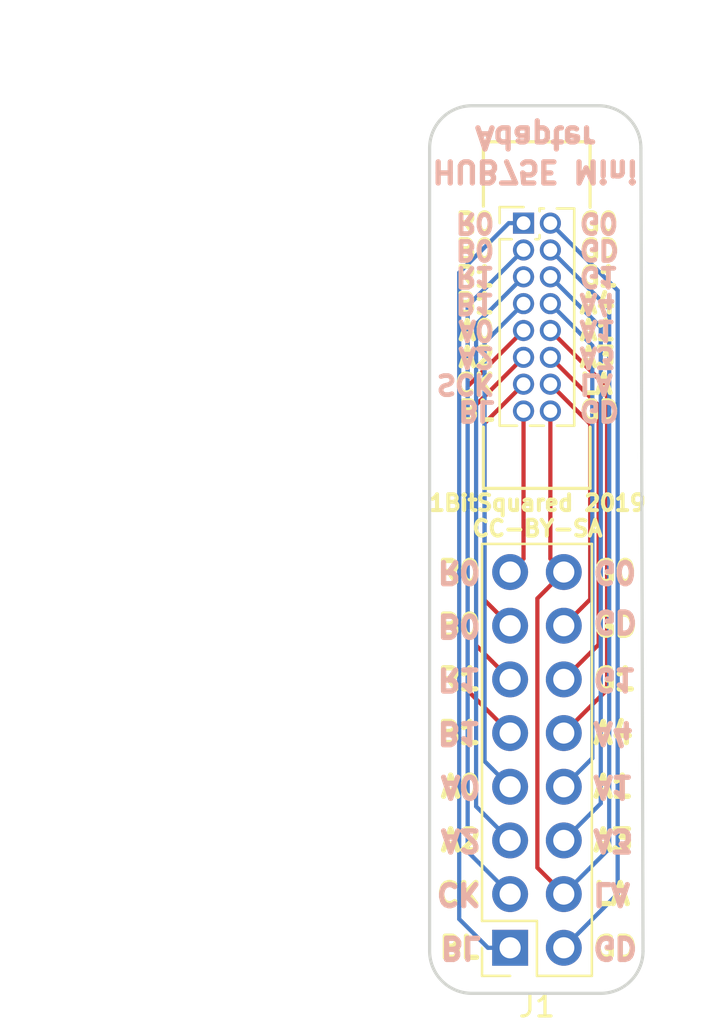
<source format=kicad_pcb>
(kicad_pcb (version 20171130) (host pcbnew 5.0.2-bee76a0~70~ubuntu18.04.1)

  (general
    (thickness 0.8)
    (drawings 77)
    (tracks 59)
    (zones 0)
    (modules 2)
    (nets 16)
  )

  (page A4)
  (title_block
    (title "HUB75E Mini Adapter")
    (rev V1.0a)
    (company 1BitSquared)
    (comment 1 "2018-2019 (C) 1BitSquared <info@1bitsquared.com>")
    (comment 2 "2018-2019 (C) Piotr Esden-Tempski <piotr@esden.net>")
    (comment 3 "License: CC-BY-SA 4.0")
  )

  (layers
    (0 F.Cu signal)
    (31 B.Cu signal)
    (33 F.Adhes user)
    (34 B.Paste user)
    (35 F.Paste user)
    (36 B.SilkS user)
    (37 F.SilkS user)
    (38 B.Mask user)
    (39 F.Mask user)
    (40 Dwgs.User user)
    (44 Edge.Cuts user)
    (46 B.CrtYd user)
    (47 F.CrtYd user)
    (48 B.Fab user)
    (49 F.Fab user)
  )

  (setup
    (last_trace_width 0.2)
    (user_trace_width 0.3)
    (user_trace_width 0.3)
    (trace_clearance 0.2)
    (zone_clearance 0.2)
    (zone_45_only yes)
    (trace_min 0.2)
    (segment_width 0.15)
    (edge_width 0.15)
    (via_size 0.5)
    (via_drill 0.3)
    (via_min_size 0.5)
    (via_min_drill 0.3)
    (uvia_size 0.3)
    (uvia_drill 0.1)
    (uvias_allowed no)
    (uvia_min_size 0.2)
    (uvia_min_drill 0.1)
    (pcb_text_width 0.3)
    (pcb_text_size 1.5 1.5)
    (mod_edge_width 0.15)
    (mod_text_size 1 1)
    (mod_text_width 0.15)
    (pad_size 0.5 0.6)
    (pad_drill 0)
    (pad_to_mask_clearance 0.05)
    (solder_mask_min_width 0.05)
    (aux_axis_origin 0 0)
    (grid_origin 37.4 44)
    (visible_elements FFFFFF1F)
    (pcbplotparams
      (layerselection 0x010fc_ffffffff)
      (usegerberextensions true)
      (usegerberattributes false)
      (usegerberadvancedattributes false)
      (creategerberjobfile false)
      (excludeedgelayer true)
      (linewidth 0.300000)
      (plotframeref false)
      (viasonmask false)
      (mode 1)
      (useauxorigin false)
      (hpglpennumber 1)
      (hpglpenspeed 20)
      (hpglpendiameter 15.000000)
      (psnegative false)
      (psa4output false)
      (plotreference true)
      (plotvalue true)
      (plotinvisibletext false)
      (padsonsilk false)
      (subtractmaskfromsilk true)
      (outputformat 1)
      (mirror false)
      (drillshape 0)
      (scaleselection 1)
      (outputdirectory "gerber"))
  )

  (net 0 "")
  (net 1 GND)
  (net 2 /R1x)
  (net 3 /B1x)
  (net 4 /A0x)
  (net 5 /A2x)
  (net 6 /G1x)
  (net 7 /A4x)
  (net 8 /A1x)
  (net 9 /A3x)
  (net 10 /BLANKx)
  (net 11 /LATCHx)
  (net 12 /SCLKx)
  (net 13 /Rx)
  (net 14 /Gx)
  (net 15 /Bx)

  (net_class Default "This is the default net class."
    (clearance 0.2)
    (trace_width 0.2)
    (via_dia 0.5)
    (via_drill 0.3)
    (uvia_dia 0.3)
    (uvia_drill 0.1)
    (add_net /A0x)
    (add_net /A1x)
    (add_net /A2x)
    (add_net /A3x)
    (add_net /A4x)
    (add_net /B1x)
    (add_net /BLANKx)
    (add_net /Bx)
    (add_net /G1x)
    (add_net /Gx)
    (add_net /LATCHx)
    (add_net /R1x)
    (add_net /Rx)
    (add_net /SCLKx)
    (add_net GND)
  )

  (module Connector_PinHeader_1.27mm:PinHeader_2x08_P1.27mm_Vertical (layer F.Cu) (tedit 5C593C42) (tstamp 5C5E35A6)
    (at 41.845 39.555)
    (descr "Through hole straight pin header, 2x08, 1.27mm pitch, double rows")
    (tags "Through hole pin header THT 2x08 1.27mm double row")
    (path /5C8CBEE0)
    (fp_text reference J2 (at 0.635 -1.695) (layer F.Fab)
      (effects (font (size 1 1) (thickness 0.15)))
    )
    (fp_text value Conn_02x08_Odd_Even (at 0.635 10.585) (layer F.Fab)
      (effects (font (size 1 1) (thickness 0.15)))
    )
    (fp_line (start -0.2175 -0.635) (end 2.34 -0.635) (layer F.Fab) (width 0.1))
    (fp_line (start 2.34 -0.635) (end 2.34 9.525) (layer F.Fab) (width 0.1))
    (fp_line (start 2.34 9.525) (end -1.07 9.525) (layer F.Fab) (width 0.1))
    (fp_line (start -1.07 9.525) (end -1.07 0.2175) (layer F.Fab) (width 0.1))
    (fp_line (start -1.07 0.2175) (end -0.2175 -0.635) (layer F.Fab) (width 0.1))
    (fp_line (start -1.13 9.585) (end -0.30753 9.585) (layer F.SilkS) (width 0.12))
    (fp_line (start 1.57753 9.585) (end 2.4 9.585) (layer F.SilkS) (width 0.12))
    (fp_line (start 0.30753 9.585) (end 0.96247 9.585) (layer F.SilkS) (width 0.12))
    (fp_line (start -1.13 0.76) (end -1.13 9.585) (layer F.SilkS) (width 0.12))
    (fp_line (start 2.4 -0.695) (end 2.4 9.585) (layer F.SilkS) (width 0.12))
    (fp_line (start -1.13 0.76) (end -0.563471 0.76) (layer F.SilkS) (width 0.12))
    (fp_line (start 0.563471 0.76) (end 0.706529 0.76) (layer F.SilkS) (width 0.12))
    (fp_line (start 0.76 0.706529) (end 0.76 0.563471) (layer F.SilkS) (width 0.12))
    (fp_line (start 0.76 -0.563471) (end 0.76 -0.695) (layer F.SilkS) (width 0.12))
    (fp_line (start 0.76 -0.695) (end 0.96247 -0.695) (layer F.SilkS) (width 0.12))
    (fp_line (start 1.57753 -0.695) (end 2.4 -0.695) (layer F.SilkS) (width 0.12))
    (fp_line (start -1.13 0) (end -1.13 -0.76) (layer F.SilkS) (width 0.12))
    (fp_line (start -1.13 -0.76) (end 0 -0.76) (layer F.SilkS) (width 0.12))
    (fp_line (start -1.915 -3.875) (end -1.915 12.585) (layer F.CrtYd) (width 0.05))
    (fp_line (start -1.915 12.585) (end 3.185 12.585) (layer F.CrtYd) (width 0.05))
    (fp_line (start 3.185 12.585) (end 3.185 -3.875) (layer F.CrtYd) (width 0.05))
    (fp_line (start 3.185 -3.875) (end -1.915 -3.875) (layer F.CrtYd) (width 0.05))
    (fp_line (start -1.9 -0.8) (end -1.9 -3.85) (layer F.SilkS) (width 0.15))
    (fp_line (start -1.9 -3.85) (end 3.15 -3.85) (layer F.SilkS) (width 0.15))
    (fp_line (start 3.15 -3.85) (end 3.15 -0.75) (layer F.SilkS) (width 0.15))
    (fp_line (start -1.9 9.65) (end -1.9 12.55) (layer F.SilkS) (width 0.15))
    (fp_line (start -1.9 12.55) (end 3.15 12.55) (layer F.SilkS) (width 0.15))
    (fp_line (start 3.15 12.55) (end 3.15 9.65) (layer F.SilkS) (width 0.15))
    (pad 1 thru_hole rect (at 0 0) (size 1 1) (drill 0.65) (layers *.Cu *.Mask)
      (net 13 /Rx))
    (pad 2 thru_hole oval (at 1.27 0) (size 1 1) (drill 0.65) (layers *.Cu *.Mask)
      (net 14 /Gx))
    (pad 3 thru_hole oval (at 0 1.27) (size 1 1) (drill 0.65) (layers *.Cu *.Mask)
      (net 15 /Bx))
    (pad 4 thru_hole oval (at 1.27 1.27) (size 1 1) (drill 0.65) (layers *.Cu *.Mask)
      (net 1 GND))
    (pad 5 thru_hole oval (at 0 2.54) (size 1 1) (drill 0.65) (layers *.Cu *.Mask)
      (net 2 /R1x))
    (pad 6 thru_hole oval (at 1.27 2.54) (size 1 1) (drill 0.65) (layers *.Cu *.Mask)
      (net 6 /G1x))
    (pad 7 thru_hole oval (at 0 3.81) (size 1 1) (drill 0.65) (layers *.Cu *.Mask)
      (net 3 /B1x))
    (pad 8 thru_hole oval (at 1.27 3.81) (size 1 1) (drill 0.65) (layers *.Cu *.Mask)
      (net 7 /A4x))
    (pad 9 thru_hole oval (at 0 5.08) (size 1 1) (drill 0.65) (layers *.Cu *.Mask)
      (net 4 /A0x))
    (pad 10 thru_hole oval (at 1.27 5.08) (size 1 1) (drill 0.65) (layers *.Cu *.Mask)
      (net 8 /A1x))
    (pad 11 thru_hole oval (at 0 6.35) (size 1 1) (drill 0.65) (layers *.Cu *.Mask)
      (net 5 /A2x))
    (pad 12 thru_hole oval (at 1.27 6.35) (size 1 1) (drill 0.65) (layers *.Cu *.Mask)
      (net 9 /A3x))
    (pad 13 thru_hole oval (at 0 7.62) (size 1 1) (drill 0.65) (layers *.Cu *.Mask)
      (net 12 /SCLKx))
    (pad 14 thru_hole oval (at 1.27 7.62) (size 1 1) (drill 0.65) (layers *.Cu *.Mask)
      (net 11 /LATCHx))
    (pad 15 thru_hole oval (at 0 8.89) (size 1 1) (drill 0.65) (layers *.Cu *.Mask)
      (net 10 /BLANKx))
    (pad 16 thru_hole oval (at 1.27 8.89) (size 1 1) (drill 0.65) (layers *.Cu *.Mask)
      (net 1 GND))
    (model ${KISYS3DMOD}/Connector_PinHeader_1.27mm.3dshapes/PinHeader_2x08_P1.27mm_Vertical.wrl
      (at (xyz 0 0 0))
      (scale (xyz 1 1 1))
      (rotate (xyz 0 0 0))
    )
  )

  (module Connector_PinSocket_2.54mm:PinSocket_2x08_P2.54mm_Vertical (layer F.Cu) (tedit 5A19A42B) (tstamp 5C5A5C1D)
    (at 41.21 73.845 180)
    (descr "Through hole straight socket strip, 2x08, 2.54mm pitch, double cols (from Kicad 4.0.7), script generated")
    (tags "Through hole socket strip THT 2x08 2.54mm double row")
    (path /5C5ACFC1)
    (fp_text reference J1 (at -1.27 -2.77 180) (layer F.SilkS)
      (effects (font (size 1 1) (thickness 0.15)))
    )
    (fp_text value Conn_02x08_Odd_Even (at -1.27 20.55 180) (layer F.Fab)
      (effects (font (size 1 1) (thickness 0.15)))
    )
    (fp_line (start -3.81 -1.27) (end 0.27 -1.27) (layer F.Fab) (width 0.1))
    (fp_line (start 0.27 -1.27) (end 1.27 -0.27) (layer F.Fab) (width 0.1))
    (fp_line (start 1.27 -0.27) (end 1.27 19.05) (layer F.Fab) (width 0.1))
    (fp_line (start 1.27 19.05) (end -3.81 19.05) (layer F.Fab) (width 0.1))
    (fp_line (start -3.81 19.05) (end -3.81 -1.27) (layer F.Fab) (width 0.1))
    (fp_line (start -3.87 -1.33) (end -1.27 -1.33) (layer F.SilkS) (width 0.12))
    (fp_line (start -3.87 -1.33) (end -3.87 19.11) (layer F.SilkS) (width 0.12))
    (fp_line (start -3.87 19.11) (end 1.33 19.11) (layer F.SilkS) (width 0.12))
    (fp_line (start 1.33 1.27) (end 1.33 19.11) (layer F.SilkS) (width 0.12))
    (fp_line (start -1.27 1.27) (end 1.33 1.27) (layer F.SilkS) (width 0.12))
    (fp_line (start -1.27 -1.33) (end -1.27 1.27) (layer F.SilkS) (width 0.12))
    (fp_line (start 1.33 -1.33) (end 1.33 0) (layer F.SilkS) (width 0.12))
    (fp_line (start 0 -1.33) (end 1.33 -1.33) (layer F.SilkS) (width 0.12))
    (fp_line (start -4.34 -1.8) (end 1.76 -1.8) (layer F.CrtYd) (width 0.05))
    (fp_line (start 1.76 -1.8) (end 1.76 19.55) (layer F.CrtYd) (width 0.05))
    (fp_line (start 1.76 19.55) (end -4.34 19.55) (layer F.CrtYd) (width 0.05))
    (fp_line (start -4.34 19.55) (end -4.34 -1.8) (layer F.CrtYd) (width 0.05))
    (fp_text user %R (at -1.27 8.89 270) (layer F.Fab)
      (effects (font (size 1 1) (thickness 0.15)))
    )
    (pad 1 thru_hole rect (at 0 0 180) (size 1.7 1.7) (drill 1) (layers *.Cu *.Mask)
      (net 13 /Rx))
    (pad 2 thru_hole oval (at -2.54 0 180) (size 1.7 1.7) (drill 1) (layers *.Cu *.Mask)
      (net 14 /Gx))
    (pad 3 thru_hole oval (at 0 2.54 180) (size 1.7 1.7) (drill 1) (layers *.Cu *.Mask)
      (net 15 /Bx))
    (pad 4 thru_hole oval (at -2.54 2.54 180) (size 1.7 1.7) (drill 1) (layers *.Cu *.Mask)
      (net 1 GND))
    (pad 5 thru_hole oval (at 0 5.08 180) (size 1.7 1.7) (drill 1) (layers *.Cu *.Mask)
      (net 2 /R1x))
    (pad 6 thru_hole oval (at -2.54 5.08 180) (size 1.7 1.7) (drill 1) (layers *.Cu *.Mask)
      (net 6 /G1x))
    (pad 7 thru_hole oval (at 0 7.62 180) (size 1.7 1.7) (drill 1) (layers *.Cu *.Mask)
      (net 3 /B1x))
    (pad 8 thru_hole oval (at -2.54 7.62 180) (size 1.7 1.7) (drill 1) (layers *.Cu *.Mask)
      (net 7 /A4x))
    (pad 9 thru_hole oval (at 0 10.16 180) (size 1.7 1.7) (drill 1) (layers *.Cu *.Mask)
      (net 4 /A0x))
    (pad 10 thru_hole oval (at -2.54 10.16 180) (size 1.7 1.7) (drill 1) (layers *.Cu *.Mask)
      (net 8 /A1x))
    (pad 11 thru_hole oval (at 0 12.7 180) (size 1.7 1.7) (drill 1) (layers *.Cu *.Mask)
      (net 5 /A2x))
    (pad 12 thru_hole oval (at -2.54 12.7 180) (size 1.7 1.7) (drill 1) (layers *.Cu *.Mask)
      (net 9 /A3x))
    (pad 13 thru_hole oval (at 0 15.24 180) (size 1.7 1.7) (drill 1) (layers *.Cu *.Mask)
      (net 12 /SCLKx))
    (pad 14 thru_hole oval (at -2.54 15.24 180) (size 1.7 1.7) (drill 1) (layers *.Cu *.Mask)
      (net 11 /LATCHx))
    (pad 15 thru_hole oval (at 0 17.78 180) (size 1.7 1.7) (drill 1) (layers *.Cu *.Mask)
      (net 10 /BLANKx))
    (pad 16 thru_hole oval (at -2.54 17.78 180) (size 1.7 1.7) (drill 1) (layers *.Cu *.Mask)
      (net 1 GND))
    (model ${KISYS3DMOD}/Connector_PinSocket_2.54mm.3dshapes/PinSocket_2x08_P2.54mm_Vertical.wrl
      (at (xyz 0 0 0))
      (scale (xyz 1 1 1))
      (rotate (xyz 0 0 0))
    )
  )

  (gr_text "HUB75E Mini\nAdapter" (at 42.4 36.3 180) (layer B.SilkS) (tstamp 5C5ABE9F)
    (effects (font (size 1 1) (thickness 0.25)) (justify mirror))
  )
  (gr_line (start 39.4 34) (end 45.4 34) (layer Edge.Cuts) (width 0.15))
  (dimension 42.164 (width 0.3) (layer Dwgs.User)
    (gr_text "1.6600 in" (at 22.6 54.922 90) (layer Dwgs.User)
      (effects (font (size 1.5 1.5) (thickness 0.3)))
    )
    (feature1 (pts (xy 37.4 33.84) (xy 24.113579 33.84)))
    (feature2 (pts (xy 37.4 76.004) (xy 24.113579 76.004)))
    (crossbar (pts (xy 24.7 76.004) (xy 24.7 33.84)))
    (arrow1a (pts (xy 24.7 33.84) (xy 25.286421 34.966504)))
    (arrow1b (pts (xy 24.7 33.84) (xy 24.113579 34.966504)))
    (arrow2a (pts (xy 24.7 76.004) (xy 25.286421 74.877496)))
    (arrow2b (pts (xy 24.7 76.004) (xy 24.113579 74.877496)))
  )
  (dimension 10 (width 0.3) (layer Dwgs.User)
    (gr_text "10.000 mm" (at 42.4 30.1) (layer Dwgs.User)
      (effects (font (size 1.5 1.5) (thickness 0.3)))
    )
    (feature1 (pts (xy 47.4 34) (xy 47.4 31.613579)))
    (feature2 (pts (xy 37.4 34) (xy 37.4 31.613579)))
    (crossbar (pts (xy 37.4 32.2) (xy 47.4 32.2)))
    (arrow1a (pts (xy 47.4 32.2) (xy 46.273496 32.786421)))
    (arrow1b (pts (xy 47.4 32.2) (xy 46.273496 31.613579)))
    (arrow2a (pts (xy 37.4 32.2) (xy 38.526504 32.786421)))
    (arrow2b (pts (xy 37.4 32.2) (xy 38.526504 31.613579)))
  )
  (dimension 42 (width 0.3) (layer Dwgs.User)
    (gr_text "42.000 mm" (at 27.200776 55 270) (layer Dwgs.User)
      (effects (font (size 1.5 1.5) (thickness 0.3)))
    )
    (feature1 (pts (xy 37.4 76) (xy 28.714355 76)))
    (feature2 (pts (xy 37.4 34) (xy 28.714355 34)))
    (crossbar (pts (xy 29.300776 34) (xy 29.300776 76)))
    (arrow1a (pts (xy 29.300776 76) (xy 28.714355 74.873496)))
    (arrow1b (pts (xy 29.300776 76) (xy 29.887197 74.873496)))
    (arrow2a (pts (xy 29.300776 34) (xy 28.714355 35.126504)))
    (arrow2b (pts (xy 29.300776 34) (xy 29.887197 35.126504)))
  )
  (gr_text G1 (at 44.385 42.095 180) (layer B.SilkS) (tstamp 5BAC2899)
    (effects (font (size 0.9 0.9) (thickness 0.225)) (justify left mirror))
  )
  (gr_text A4 (at 44.385 43.365 180) (layer B.SilkS) (tstamp 5BAC27D9)
    (effects (font (size 0.9 0.9) (thickness 0.225)) (justify left mirror))
  )
  (gr_text A1 (at 44.385 44.635 180) (layer B.SilkS) (tstamp 5BAC271D)
    (effects (font (size 0.9 0.9) (thickness 0.225)) (justify left mirror))
  )
  (gr_text A3 (at 44.385 45.905 180) (layer B.SilkS) (tstamp 5BAC2661)
    (effects (font (size 0.9 0.9) (thickness 0.225)) (justify left mirror))
  )
  (gr_text GD (at 44.385 48.445 180) (layer B.SilkS) (tstamp 5BAC25A5)
    (effects (font (size 0.9 0.9) (thickness 0.225)) (justify left mirror))
  )
  (gr_text LA (at 44.385 47.175 180) (layer B.SilkS) (tstamp 5BAC24E9)
    (effects (font (size 0.9 0.9) (thickness 0.225)) (justify left mirror))
  )
  (gr_text "1BitSquared 2019\nCC-BY-SA" (at 42.5 53.4) (layer F.SilkS) (tstamp 5BAC2149)
    (effects (font (size 0.75 0.75) (thickness 0.1875)))
  )
  (gr_text BL (at 40.575 48.445 180) (layer B.SilkS) (tstamp 5BEA90D8)
    (effects (font (size 0.9 0.9) (thickness 0.225)) (justify right mirror))
  )
  (gr_text SCK (at 40.575 47.175 180) (layer B.SilkS) (tstamp 5BEA90D5)
    (effects (font (size 0.9 0.9) (thickness 0.225)) (justify right mirror))
  )
  (gr_text A2 (at 40.575 45.905 180) (layer B.SilkS) (tstamp 5BEA90D2)
    (effects (font (size 0.9 0.9) (thickness 0.225)) (justify right mirror))
  )
  (gr_text A0 (at 40.575 44.635 180) (layer B.SilkS) (tstamp 5BEA90CF)
    (effects (font (size 0.9 0.9) (thickness 0.225)) (justify right mirror))
  )
  (gr_text B1 (at 40.575 43.365 180) (layer B.SilkS) (tstamp 5BEA90CC)
    (effects (font (size 0.9 0.9) (thickness 0.225)) (justify right mirror))
  )
  (gr_text R1 (at 40.575 42.095 180) (layer B.SilkS) (tstamp 5BEA90C9)
    (effects (font (size 0.9 0.9) (thickness 0.225)) (justify right mirror))
  )
  (gr_text B0 (at 40.575 40.825 180) (layer B.SilkS) (tstamp 5C52921A)
    (effects (font (size 0.9 0.9) (thickness 0.225)) (justify right mirror))
  )
  (gr_text R0 (at 40.575 39.555 180) (layer B.SilkS) (tstamp 5C52879A)
    (effects (font (size 0.9 0.9) (thickness 0.225)) (justify right mirror))
  )
  (gr_text GD (at 44.385 40.825 180) (layer B.SilkS) (tstamp 5BAC15AF)
    (effects (font (size 0.9 0.9) (thickness 0.225)) (justify left mirror))
  )
  (gr_text G0 (at 44.385 39.555 180) (layer B.SilkS) (tstamp 5BAC14F3)
    (effects (font (size 0.9 0.9) (thickness 0.225)) (justify left mirror))
  )
  (gr_line (start 39.4 76) (end 45.5 76) (layer Edge.Cuts) (width 0.15))
  (gr_text GD (at 44.385 48.445) (layer F.SilkS) (tstamp 5BAB936F)
    (effects (font (size 0.9 0.9) (thickness 0.225)) (justify left))
  )
  (gr_text BL (at 40.575 48.445) (layer F.SilkS) (tstamp 5BAB92B8)
    (effects (font (size 0.9 0.9) (thickness 0.225)) (justify right))
  )
  (gr_text LA (at 44.385 47.175) (layer F.SilkS) (tstamp 5BAB9201)
    (effects (font (size 0.9 0.9) (thickness 0.225)) (justify left))
  )
  (gr_text CK (at 40.575 47.175) (layer F.SilkS) (tstamp 5BAB914A)
    (effects (font (size 0.9 0.9) (thickness 0.225)) (justify right))
  )
  (gr_text A3 (at 44.385 45.905) (layer F.SilkS) (tstamp 5BAB9093)
    (effects (font (size 0.9 0.9) (thickness 0.225)) (justify left))
  )
  (gr_text A2 (at 40.575 45.905) (layer F.SilkS) (tstamp 5BAB8FDC)
    (effects (font (size 0.9 0.9) (thickness 0.225)) (justify right))
  )
  (gr_text A1 (at 44.385 44.635) (layer F.SilkS) (tstamp 5BAB8F25)
    (effects (font (size 0.9 0.9) (thickness 0.225)) (justify left))
  )
  (gr_text A0 (at 40.575 44.635) (layer F.SilkS) (tstamp 5C4C2D97)
    (effects (font (size 0.9 0.9) (thickness 0.225)) (justify right))
  )
  (gr_text A4 (at 44.385 43.365) (layer F.SilkS) (tstamp 5BAB8DB7)
    (effects (font (size 0.9 0.9) (thickness 0.225)) (justify left))
  )
  (gr_text G1 (at 44.385 42.095) (layer F.SilkS) (tstamp 5BAB8D00)
    (effects (font (size 0.9 0.9) (thickness 0.225)) (justify left))
  )
  (gr_text B1 (at 40.575 43.365) (layer F.SilkS) (tstamp 5BAB8C49)
    (effects (font (size 0.9 0.9) (thickness 0.225)) (justify right))
  )
  (gr_text R1 (at 40.575 42.095) (layer F.SilkS) (tstamp 5C5EA8DA)
    (effects (font (size 0.9 0.9) (thickness 0.225)) (justify right))
  )
  (gr_text GD (at 44.385 40.825) (layer F.SilkS) (tstamp 5C516621)
    (effects (font (size 0.9 0.9) (thickness 0.225)) (justify left))
  )
  (gr_text B0 (at 40.575 40.825) (layer F.SilkS) (tstamp 5BAB8A24)
    (effects (font (size 0.9 0.9) (thickness 0.225)) (justify right))
  )
  (gr_text G0 (at 44.385 39.555) (layer F.SilkS) (tstamp 5BAB896B)
    (effects (font (size 0.9 0.9) (thickness 0.225)) (justify left))
  )
  (gr_text R0 (at 40.575 39.555) (layer F.SilkS) (tstamp 5C4C2392)
    (effects (font (size 0.9 0.9) (thickness 0.225)) (justify right))
  )
  (gr_arc (start 45.4 36) (end 47.4 36) (angle -90) (layer Edge.Cuts) (width 0.15))
  (gr_arc (start 39.4 36) (end 39.4 34) (angle -90) (layer Edge.Cuts) (width 0.15))
  (gr_arc (start 39.4 74) (end 37.4 74) (angle -90) (layer Edge.Cuts) (width 0.15) (tstamp 5C5246BF))
  (gr_arc (start 45.5 74) (end 45.5 76) (angle -90) (layer Edge.Cuts) (width 0.15) (tstamp 5C5A6179))
  (gr_line (start 47.4 36) (end 47.5 74) (layer Edge.Cuts) (width 0.15))
  (gr_line (start 37.4 74) (end 37.4 36) (layer Edge.Cuts) (width 0.15))
  (gr_text G1 (at 45.02 61.145 180) (layer B.SilkS) (tstamp 5BAC2899)
    (effects (font (size 1 1) (thickness 0.25)) (justify left mirror))
  )
  (gr_text A4 (at 45.02 63.685 180) (layer B.SilkS) (tstamp 5BAC27D9)
    (effects (font (size 1 1) (thickness 0.25)) (justify left mirror))
  )
  (gr_text A1 (at 45.02 66.225 180) (layer B.SilkS) (tstamp 5BAC271D)
    (effects (font (size 1 1) (thickness 0.25)) (justify left mirror))
  )
  (gr_text A3 (at 45.02 68.765 180) (layer B.SilkS) (tstamp 5BAC2661)
    (effects (font (size 1 1) (thickness 0.25)) (justify left mirror))
  )
  (gr_text GD (at 45.02 73.845 180) (layer B.SilkS) (tstamp 5BAC25A5)
    (effects (font (size 1 1) (thickness 0.25)) (justify left mirror))
  )
  (gr_text LA (at 45.02 71.305 180) (layer B.SilkS) (tstamp 5BAC24E9)
    (effects (font (size 1 1) (thickness 0.25)) (justify left mirror))
  )
  (gr_text BL (at 39.94 73.845 180) (layer B.SilkS) (tstamp 5BEA90D8)
    (effects (font (size 1 1) (thickness 0.25)) (justify right mirror))
  )
  (gr_text CK (at 39.94 71.305 180) (layer B.SilkS) (tstamp 5BEA90D5)
    (effects (font (size 1 1) (thickness 0.25)) (justify right mirror))
  )
  (gr_text A2 (at 39.94 68.765 180) (layer B.SilkS) (tstamp 5BEA90D2)
    (effects (font (size 1 1) (thickness 0.25)) (justify right mirror))
  )
  (gr_text A0 (at 39.94 66.225 180) (layer B.SilkS) (tstamp 5BEA90CF)
    (effects (font (size 1 1) (thickness 0.25)) (justify right mirror))
  )
  (gr_text B1 (at 39.94 63.685 180) (layer B.SilkS) (tstamp 5BEA90CC)
    (effects (font (size 1 1) (thickness 0.25)) (justify right mirror))
  )
  (gr_text R1 (at 39.94 61.145 180) (layer B.SilkS) (tstamp 5BEA90C9)
    (effects (font (size 1 1) (thickness 0.25)) (justify right mirror))
  )
  (gr_text B0 (at 39.94 58.605 180) (layer B.SilkS) (tstamp 5C52921A)
    (effects (font (size 1 1) (thickness 0.25)) (justify right mirror))
  )
  (gr_text R0 (at 39.94 56.065 180) (layer B.SilkS) (tstamp 5C52879A)
    (effects (font (size 1 1) (thickness 0.25)) (justify right mirror))
  )
  (gr_text GD (at 45.02 58.405 180) (layer B.SilkS) (tstamp 5BAC15AF)
    (effects (font (size 1 1) (thickness 0.25)) (justify left mirror))
  )
  (gr_text G0 (at 45.02 56.065 180) (layer B.SilkS) (tstamp 5C5A5DE4)
    (effects (font (size 1 1) (thickness 0.25)) (justify left mirror))
  )
  (gr_text GD (at 45.02 73.845) (layer F.SilkS) (tstamp 5BAB936F)
    (effects (font (size 1 1) (thickness 0.25)) (justify left))
  )
  (gr_text BL (at 39.88 73.845) (layer F.SilkS) (tstamp 5BAB92B8)
    (effects (font (size 1 1) (thickness 0.25)) (justify right))
  )
  (gr_text LA (at 45.02 71.305) (layer F.SilkS) (tstamp 5BAB9201)
    (effects (font (size 1 1) (thickness 0.25)) (justify left))
  )
  (gr_text CK (at 39.94 71.305) (layer F.SilkS) (tstamp 5BAB914A)
    (effects (font (size 1 1) (thickness 0.25)) (justify right))
  )
  (gr_text A3 (at 45.02 68.765) (layer F.SilkS) (tstamp 5BAB9093)
    (effects (font (size 1 1) (thickness 0.25)) (justify left))
  )
  (gr_text A2 (at 39.94 68.765) (layer F.SilkS) (tstamp 5BAB8FDC)
    (effects (font (size 1 1) (thickness 0.25)) (justify right))
  )
  (gr_text A1 (at 45.02 66.225) (layer F.SilkS) (tstamp 5BAB8F25)
    (effects (font (size 1 1) (thickness 0.25)) (justify left))
  )
  (gr_text A0 (at 39.94 66.225) (layer F.SilkS) (tstamp 5C4C2D97)
    (effects (font (size 1 1) (thickness 0.25)) (justify right))
  )
  (gr_text A4 (at 45.02 63.685) (layer F.SilkS) (tstamp 5BAB8DB7)
    (effects (font (size 1 1) (thickness 0.25)) (justify left))
  )
  (gr_text G1 (at 45.02 61.145) (layer F.SilkS) (tstamp 5BAB8D00)
    (effects (font (size 1 1) (thickness 0.25)) (justify left))
  )
  (gr_text B1 (at 39.94 63.685) (layer F.SilkS) (tstamp 5BAB8C49)
    (effects (font (size 1 1) (thickness 0.25)) (justify right))
  )
  (gr_text R1 (at 39.94 61.145) (layer F.SilkS) (tstamp 5BAB8B92)
    (effects (font (size 1 1) (thickness 0.25)) (justify right))
  )
  (gr_text GD (at 45.02 58.605) (layer F.SilkS) (tstamp 5C516621)
    (effects (font (size 1 1) (thickness 0.25)) (justify left))
  )
  (gr_text B0 (at 39.94 58.605) (layer F.SilkS) (tstamp 5BAB8A24)
    (effects (font (size 1 1) (thickness 0.25)) (justify right))
  )
  (gr_text G0 (at 45.02 56.065) (layer F.SilkS) (tstamp 5BAB896B)
    (effects (font (size 1 1) (thickness 0.25)) (justify left))
  )
  (gr_text R0 (at 39.94 56.065) (layer F.SilkS) (tstamp 5C4C2392)
    (effects (font (size 1 1) (thickness 0.25)) (justify right))
  )

  (segment (start 43.115 55.43) (end 43.75 56.065) (width 0.2) (layer F.Cu) (net 1))
  (segment (start 43.115 48.445) (end 43.115 55.43) (width 0.2) (layer F.Cu) (net 1))
  (segment (start 43.115 40.825) (end 45.9 43.61) (width 0.2) (layer B.Cu) (net 1))
  (segment (start 45.9 69.155) (end 43.75 71.305) (width 0.2) (layer B.Cu) (net 1))
  (segment (start 45.9 43.61) (end 45.9 69.155) (width 0.2) (layer B.Cu) (net 1))
  (segment (start 42.900001 56.914999) (end 43.75 56.065) (width 0.2) (layer F.Cu) (net 1))
  (segment (start 43.75 71.305) (end 42.5 70.055) (width 0.2) (layer F.Cu) (net 1))
  (segment (start 42.5 57.315) (end 42.900001 56.914999) (width 0.2) (layer F.Cu) (net 1))
  (segment (start 42.5 70.055) (end 42.5 57.315) (width 0.2) (layer F.Cu) (net 1))
  (segment (start 41.845 42.095) (end 39.6 44.34) (width 0.2) (layer B.Cu) (net 2))
  (segment (start 39.6 67.155) (end 41.21 68.765) (width 0.2) (layer B.Cu) (net 2))
  (segment (start 39.6 44.34) (end 39.6 67.155) (width 0.2) (layer B.Cu) (net 2))
  (segment (start 40.360001 65.375001) (end 41.21 66.225) (width 0.2) (layer B.Cu) (net 3))
  (segment (start 40 65.015) (end 40.360001 65.375001) (width 0.2) (layer B.Cu) (net 3))
  (segment (start 41.845 43.365) (end 40 45.21) (width 0.2) (layer B.Cu) (net 3))
  (segment (start 40 45.21) (end 40 65.015) (width 0.2) (layer B.Cu) (net 3))
  (segment (start 40.360001 62.835001) (end 41.21 63.685) (width 0.2) (layer F.Cu) (net 4))
  (segment (start 41.845 44.635) (end 39.199978 47.280022) (width 0.2) (layer F.Cu) (net 4))
  (segment (start 39.199978 61.674978) (end 40.360001 62.835001) (width 0.2) (layer F.Cu) (net 4))
  (segment (start 39.199978 47.280022) (end 39.199978 61.674978) (width 0.2) (layer F.Cu) (net 4))
  (segment (start 40.360001 60.295001) (end 41.21 61.145) (width 0.2) (layer F.Cu) (net 5))
  (segment (start 39.599989 59.534989) (end 40.360001 60.295001) (width 0.2) (layer F.Cu) (net 5))
  (segment (start 41.845 45.905) (end 39.599989 48.150011) (width 0.2) (layer F.Cu) (net 5))
  (segment (start 39.599989 48.150011) (end 39.599989 59.534989) (width 0.2) (layer F.Cu) (net 5))
  (segment (start 43.115 42.095) (end 45.5 44.48) (width 0.2) (layer B.Cu) (net 6))
  (segment (start 45.5 67.015) (end 43.75 68.765) (width 0.2) (layer B.Cu) (net 6))
  (segment (start 45.5 44.48) (end 45.5 67.015) (width 0.2) (layer B.Cu) (net 6))
  (segment (start 43.115 43.365) (end 45.1 45.35) (width 0.2) (layer B.Cu) (net 7))
  (segment (start 45.1 64.875) (end 43.75 66.225) (width 0.2) (layer B.Cu) (net 7))
  (segment (start 45.1 45.35) (end 45.1 64.875) (width 0.2) (layer B.Cu) (net 7))
  (segment (start 44.599999 62.835001) (end 43.75 63.685) (width 0.2) (layer F.Cu) (net 8))
  (segment (start 45.800022 61.634978) (end 44.599999 62.835001) (width 0.2) (layer F.Cu) (net 8))
  (segment (start 45.800022 47.320022) (end 45.800022 61.634978) (width 0.2) (layer F.Cu) (net 8))
  (segment (start 43.115 44.635) (end 45.800022 47.320022) (width 0.2) (layer F.Cu) (net 8))
  (segment (start 44.599999 60.295001) (end 43.75 61.145) (width 0.2) (layer F.Cu) (net 9))
  (segment (start 45.400011 59.494989) (end 44.599999 60.295001) (width 0.2) (layer F.Cu) (net 9))
  (segment (start 45.400011 48.190011) (end 45.400011 59.494989) (width 0.2) (layer F.Cu) (net 9))
  (segment (start 43.115 45.905) (end 45.400011 48.190011) (width 0.2) (layer F.Cu) (net 9))
  (segment (start 41.845 55.43) (end 41.21 56.065) (width 0.2) (layer F.Cu) (net 10))
  (segment (start 41.845 48.445) (end 41.845 55.43) (width 0.2) (layer F.Cu) (net 10))
  (segment (start 45 49.06) (end 45 57.355) (width 0.2) (layer F.Cu) (net 11))
  (segment (start 44.599999 57.755001) (end 43.75 58.605) (width 0.2) (layer F.Cu) (net 11))
  (segment (start 45 57.355) (end 44.599999 57.755001) (width 0.2) (layer F.Cu) (net 11))
  (segment (start 43.115 47.175) (end 45 49.06) (width 0.2) (layer F.Cu) (net 11))
  (segment (start 40.360001 57.755001) (end 41.21 58.605) (width 0.2) (layer F.Cu) (net 12))
  (segment (start 40 57.395) (end 40.360001 57.755001) (width 0.2) (layer F.Cu) (net 12))
  (segment (start 41.845 47.175) (end 40 49.02) (width 0.2) (layer F.Cu) (net 12))
  (segment (start 40 49.02) (end 40 57.395) (width 0.2) (layer F.Cu) (net 12))
  (segment (start 38.8 72.485) (end 40.16 73.845) (width 0.2) (layer B.Cu) (net 13))
  (segment (start 40.16 73.845) (end 41.21 73.845) (width 0.2) (layer B.Cu) (net 13))
  (segment (start 38.8 41.9) (end 38.8 72.485) (width 0.2) (layer B.Cu) (net 13))
  (segment (start 41.145 39.555) (end 38.8 41.9) (width 0.2) (layer B.Cu) (net 13))
  (segment (start 41.845 39.555) (end 41.145 39.555) (width 0.2) (layer B.Cu) (net 13))
  (segment (start 43.115 39.555) (end 46.3 42.74) (width 0.2) (layer B.Cu) (net 14))
  (segment (start 46.3 71.295) (end 43.75 73.845) (width 0.2) (layer B.Cu) (net 14))
  (segment (start 46.3 42.74) (end 46.3 71.295) (width 0.2) (layer B.Cu) (net 14))
  (segment (start 41.845 40.825) (end 39.2 43.47) (width 0.2) (layer B.Cu) (net 15))
  (segment (start 39.2 69.295) (end 41.21 71.305) (width 0.2) (layer B.Cu) (net 15))
  (segment (start 39.2 43.47) (end 39.2 69.295) (width 0.2) (layer B.Cu) (net 15))

)

</source>
